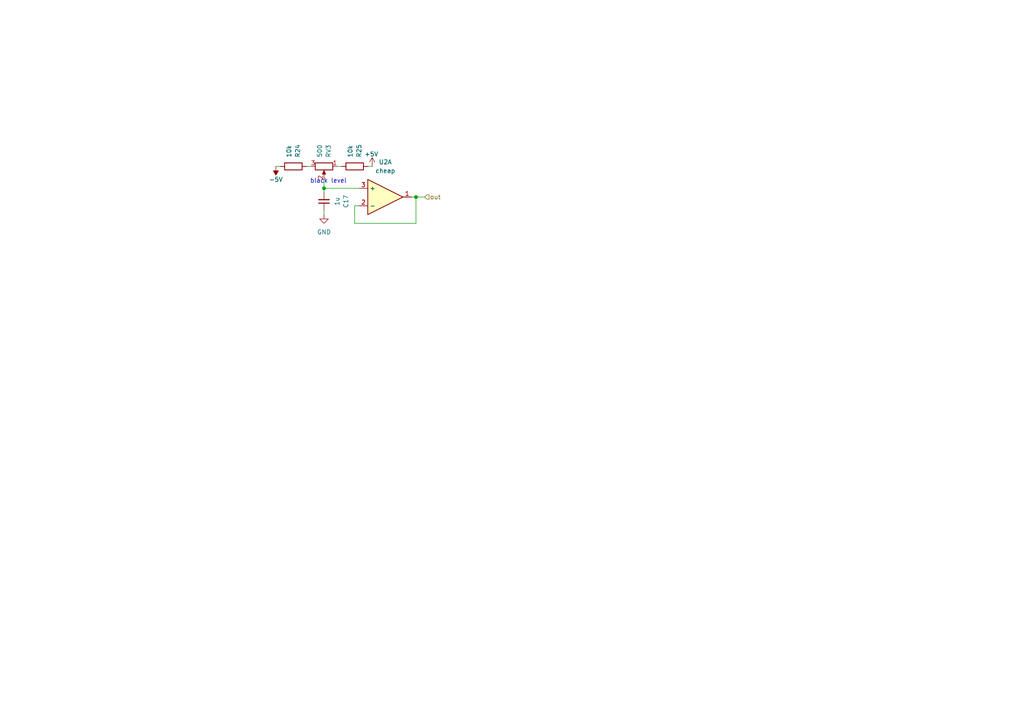
<source format=kicad_sch>
(kicad_sch (version 20250114) (generator "eeschema") (generator_version "9.0")
  (paper "A4")
  (lib_symbols
    (symbol "synkie_symbols:+5V" (power) (pin_names (offset 0))
      (property "Value" "+5V" (at 0 3.556 0))
      (symbol "+5V_0_1"
        (polyline (pts (xy -0.762 1.27) (xy 0 2.54)))
        (polyline (pts (xy 0 2.54) (xy 0.762 1.27)))
        (polyline (pts (xy 0 0) (xy 0 2.54)))
      )
      (symbol "+5V_1_1"
        (pin power_in line (at 0 0 90) (length 0) (hide yes) (name "+5V") (number "1"))
      )
    )
    (symbol "synkie_symbols:-5V" (power) (pin_names (offset 0))
      (property "Value" "-5V" (at 0 3.81 0))
      (symbol "-5V_0_0"
        (pin power_in line (at 0 0 90) (length 0) (hide yes) (name "-5V") (number "1"))
      )
      (symbol "-5V_0_1"
        (polyline (pts (xy 0 0) (xy 0 1.27) (xy 0.762 1.27) (xy 0 2.54) (xy -0.762 1.27) (xy 0 1.27)) (fill (type outline)))
      )
    )
    (symbol "synkie_symbols:C_Small" (pin_numbers (hide yes)) (pin_names (offset 0.254) (hide yes))
      (property "Reference" "C" (at 0.254 1.778 0))
      (property "Value" "C_Small" (at 0.254 -2.032 0))
      (symbol "C_Small_0_1"
        (polyline (pts (xy -1.524 0.508) (xy 1.524 0.508)) (stroke (width 0.3048)))
        (polyline (pts (xy -1.524 -0.508) (xy 1.524 -0.508)) (stroke (width 0.3302)))
      )
      (symbol "C_Small_1_1"
        (pin passive line (at 0 2.54 270) (length 2.032) (name "~") (number "1"))
        (pin passive line (at 0 -2.54 90) (length 2.032) (name "~") (number "2"))
      )
    )
    (symbol "synkie_symbols:GND" (power) (pin_names (offset 0))
      (property "Value" "GND" (at 0 -3.81 0))
      (symbol "GND_0_1"
        (polyline (pts (xy 0 0) (xy 0 -1.27) (xy 1.27 -1.27) (xy 0 -2.54) (xy -1.27 -1.27) (xy 0 -1.27)))
      )
      (symbol "GND_1_1"
        (pin power_in line (at 0 0 270) (length 0) (hide yes) (name "GND") (number "1"))
      )
    )
    (symbol "synkie_symbols:Opamp_Dual_Generic"
      (property "Reference" "U" (at 0 5.08 0))
      (property "Value" "Opamp_Dual_Generic" (at 0 -5.08 0))
      (symbol "Opamp_Dual_Generic_1_1"
        (polyline (pts (xy -5.08 5.08) (xy 5.08 0) (xy -5.08 -5.08) (xy -5.08 5.08)) (stroke (width 0.254)) (fill (type background)))
        (pin input line (at -7.62 2.54 0) (length 2.54) (name "+") (number "3"))
        (pin input line (at -7.62 -2.54 0) (length 2.54) (name "-") (number "2"))
        (pin output line (at 7.62 0 180) (length 2.54) (name "~") (number "1"))
      )
      (symbol "Opamp_Dual_Generic_2_1"
        (polyline (pts (xy -5.08 5.08) (xy 5.08 0) (xy -5.08 -5.08) (xy -5.08 5.08)) (stroke (width 0.254)) (fill (type background)))
        (pin input line (at -7.62 2.54 0) (length 2.54) (name "+") (number "5"))
        (pin input line (at -7.62 -2.54 0) (length 2.54) (name "-") (number "6"))
        (pin output line (at 7.62 0 180) (length 2.54) (name "~") (number "7"))
      )
      (symbol "Opamp_Dual_Generic_3_1"
        (pin power_in line (at -2.54 7.62 270) (length 3.81) (name "V+") (number "8"))
        (pin power_in line (at -2.54 -7.62 90) (length 3.81) (name "V-") (number "4"))
      )
    )
    (symbol "synkie_symbols:R" (pin_numbers (hide yes)) (pin_names (offset 0))
      (property "Reference" "R" (at 2.032 0 90))
      (property "Value" "R" (at 0 0 90))
      (symbol "R_0_1"
        (rectangle (start -1.016 -2.54) (end 1.016 2.54) (stroke (width 0.254)))
      )
      (symbol "R_1_1"
        (pin passive line (at 0 3.81 270) (length 1.27) (name "~") (number "1"))
        (pin passive line (at 0 -3.81 90) (length 1.27) (name "~") (number "2"))
      )
    )
    (symbol "synkie_symbols:R_POT" (pin_names (offset 1.016) (hide yes))
      (property "Reference" "RV" (at -4.445 0 90))
      (property "Value" "R_POT" (at -2.54 0 90))
      (symbol "R_POT_0_1"
        (rectangle (start 1.016 2.54) (end -1.016 -2.54) (stroke (width 0.254)))
        (polyline (pts (xy 1.143 0) (xy 2.286 0.508) (xy 2.286 -0.508) (xy 1.143 0)) (fill (type outline)))
        (polyline (pts (xy 2.54 0) (xy 1.524 0)))
      )
      (symbol "R_POT_1_1"
        (pin passive line (at 0 3.81 270) (length 1.27) (name "1") (number "1"))
        (pin passive line (at 0 -3.81 90) (length 1.27) (name "3") (number "3"))
        (pin passive line (at 3.81 0 180) (length 1.27) (name "2") (number "2"))
      )
    )
  )
  (text "black level" (at 95.25 52.578 0) (effects (font (size 1.27 1.27))))
  (junction (at 120.65 57.15))
  (junction (at 93.98 54.61))
  (wire (pts (xy 119.38 57.15) (xy 120.65 57.15)))
  (wire (pts (xy 102.87 64.77) (xy 120.65 64.77)))
  (wire (pts (xy 120.65 64.77) (xy 120.65 57.15)))
  (wire (pts (xy 93.98 54.61) (xy 104.14 54.61)))
  (wire (pts (xy 90.17 48.26) (xy 88.9 48.26)))
  (wire (pts (xy 93.98 52.07) (xy 93.98 54.61)))
  (wire (pts (xy 120.65 57.15) (xy 123.19 57.15)))
  (wire (pts (xy 106.68 48.26) (xy 107.95 48.26)))
  (wire (pts (xy 80.01 48.26) (xy 81.28 48.26)))
  (wire (pts (xy 102.87 59.69) (xy 102.87 64.77)))
  (wire (pts (xy 104.14 59.69) (xy 102.87 59.69)))
  (wire (pts (xy 99.06 48.26) (xy 97.79 48.26)))
  (wire (pts (xy 93.98 54.61) (xy 93.98 55.88)))
  (wire (pts (xy 93.98 60.96) (xy 93.98 62.23)))
  (hierarchical_label "out" (shape input) (at 123.19 57.15 0))
  (symbol (lib_id "synkie_symbols:R") (at 85.09 48.26 90) (mirror x) (unit 1)
    (property "Reference" "R4" (at 86.3601 45.72 0) (effects (justify right)))
    (property "Value" "10k" (at 83.8201 45.72 0) (effects (justify right)))
    (property "Footprint" "synkie_footprints:R_0805_2012Metric_Pad1.15x1.40mm_HandSolder" (effects (hide yes)))
    (property "Description" "Resistor" (effects (hide yes)))
    (instances (project "mixer" (path "" (reference "R24") (unit 1)) (path "" (reference "R44") (unit 1)) (path "" (reference "R4") (unit 1))))
  )
  (symbol (lib_id "synkie_symbols:Opamp_Dual_Generic") (at 111.76 57.15 0) (unit 1)
    (property "Reference" "U1" (at 111.76 46.99 0))
    (property "Value" "cheap" (at 111.76 49.53 0))
    (property "Description" "Dual operational amplifier" (effects (hide yes)))
    (instances (project "mixer" (path "" (reference "U2") (unit 1)) (path "" (reference "U3") (unit 1)) (path "" (reference "U1") (unit 1))))
  )
  (symbol (lib_id "synkie_symbols:GND") (at 93.98 62.23 0) (unit 1)
    (property "Reference" "#PWR015" (effects (hide yes)))
    (property "Value" "GND" (at 93.98 67.31 0))
    (property "Description" "Power symbol creates a global label with name \"GND\" , ground" (effects (hide yes)))
    (instances (project "mixer" (path "" (reference "#PWR039") (unit 1)) (path "" (reference "#PWR063") (unit 1)) (path "" (reference "#PWR015") (unit 1))))
  )
  (symbol (lib_id "synkie_symbols:R") (at 102.87 48.26 90) (mirror x) (unit 1)
    (property "Reference" "R5" (at 104.1401 45.72 0) (effects (justify right)))
    (property "Value" "10k" (at 101.6001 45.72 0) (effects (justify right)))
    (property "Description" "Resistor" (effects (hide yes)))
    (instances (project "mixer" (path "" (reference "R25") (unit 1)) (path "" (reference "R45") (unit 1)) (path "" (reference "R5") (unit 1))))
  )
  (symbol (lib_id "synkie_symbols:-5V") (at 80.01 48.26 180) (unit 1)
    (property "Reference" "#PWR014" (effects (hide yes)))
    (property "Value" "-5V" (at 77.978 52.07 0) (effects (justify right)))
    (property "Description" "Power symbol creates a global label with name \"-5V\"" (effects (hide yes)))
    (instances (project "mixer" (path "" (reference "#PWR038") (unit 1)) (path "" (reference "#PWR062") (unit 1)) (path "" (reference "#PWR014") (unit 1))))
  )
  (symbol (lib_id "synkie_symbols:R_POT") (at 93.98 48.26 270) (unit 1)
    (property "Reference" "RV1" (at 95.2501 45.72 0) (effects (justify right)))
    (property "Value" "500" (at 92.7101 45.72 0) (effects (justify right)))
    (property "Description" "Potentiometer" (effects (hide yes)))
    (instances (project "mixer" (path "" (reference "RV3") (unit 1)) (path "" (reference "RV5") (unit 1)) (path "" (reference "RV1") (unit 1))))
  )
  (symbol (lib_id "synkie_symbols:+5V") (at 107.95 48.26 0) (unit 1)
    (property "Reference" "#PWR016" (effects (hide yes)))
    (property "Value" "+5V" (at 105.664 44.704 0) (effects (justify left)))
    (property "Description" "Power symbol creates a global label with name \"+5V\"" (effects (hide yes)))
    (instances (project "mixer" (path "" (reference "#PWR040") (unit 1)) (path "" (reference "#PWR064") (unit 1)) (path "" (reference "#PWR016") (unit 1))))
  )
  (symbol (lib_id "synkie_symbols:C_Small") (at 93.98 58.42 180) (unit 1)
    (property "Reference" "C9" (at 100.33 58.4137 90))
    (property "Value" "1u" (at 97.79 58.4137 90))
    (property "Description" "Unpolarized capacitor, small symbol" (effects (hide yes)))
    (instances (project "mixer" (path "" (reference "C17") (unit 1)) (path "" (reference "C25") (unit 1)) (path "" (reference "C9") (unit 1))))
  )
)
</source>
